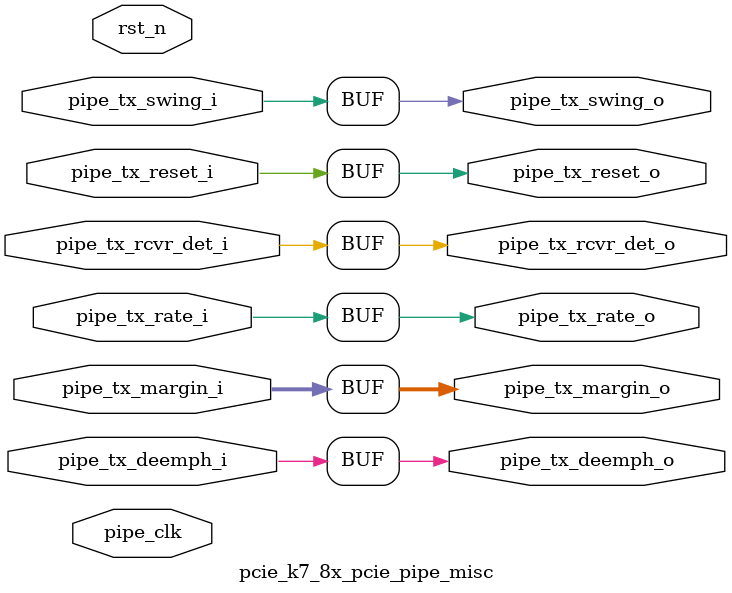
<source format=v>

`timescale 1ps/1ps

module pcie_k7_8x_pcie_pipe_misc #
(
    parameter        PIPE_PIPELINE_STAGES = 0    // 0 - 0 stages, 1 - 1 stage, 2 - 2 stages
)
(

    input   wire        pipe_tx_rcvr_det_i       ,     // PIPE Tx Receiver Detect
    input   wire        pipe_tx_reset_i          ,     // PIPE Tx Reset
    input   wire        pipe_tx_rate_i           ,     // PIPE Tx Rate
    input   wire        pipe_tx_deemph_i         ,     // PIPE Tx Deemphasis
    input   wire [2:0]  pipe_tx_margin_i         ,     // PIPE Tx Margin
    input   wire        pipe_tx_swing_i          ,     // PIPE Tx Swing

    output  wire        pipe_tx_rcvr_det_o       ,     // Pipelined PIPE Tx Receiver Detect
    output  wire        pipe_tx_reset_o          ,     // Pipelined PIPE Tx Reset
    output  wire        pipe_tx_rate_o           ,     // Pipelined PIPE Tx Rate
    output  wire        pipe_tx_deemph_o         ,     // Pipelined PIPE Tx Deemphasis
    output  wire [2:0]  pipe_tx_margin_o         ,     // Pipelined PIPE Tx Margin
    output  wire        pipe_tx_swing_o          ,     // Pipelined PIPE Tx Swing

    input   wire        pipe_clk                ,      // PIPE Clock
    input   wire        rst_n                          // Reset
);

//******************************************************************//
// Reality check.                                                   //
//******************************************************************//

    parameter TCQ  = 1;      // clock to out delay model

    reg                pipe_tx_rcvr_det_q       ;
    reg                pipe_tx_reset_q          ;
    reg                pipe_tx_rate_q           ;
    reg                pipe_tx_deemph_q         ;
    reg [2:0]          pipe_tx_margin_q         ;
    reg                pipe_tx_swing_q          ;

    reg                pipe_tx_rcvr_det_qq      ;
    reg                pipe_tx_reset_qq         ;
    reg                pipe_tx_rate_qq          ;
    reg                pipe_tx_deemph_qq        ;
    reg [2:0]          pipe_tx_margin_qq        ;
    reg                pipe_tx_swing_qq         ;

    generate

    if (PIPE_PIPELINE_STAGES == 0) begin : pipe_stages_0

        assign pipe_tx_rcvr_det_o = pipe_tx_rcvr_det_i;
        assign pipe_tx_reset_o  = pipe_tx_reset_i;
        assign pipe_tx_rate_o = pipe_tx_rate_i;
        assign pipe_tx_deemph_o = pipe_tx_deemph_i;
        assign pipe_tx_margin_o = pipe_tx_margin_i;
        assign pipe_tx_swing_o = pipe_tx_swing_i;

    end // if (PIPE_PIPELINE_STAGES == 0)
    else if (PIPE_PIPELINE_STAGES == 1) begin : pipe_stages_1

        always @(posedge pipe_clk) begin

        if (rst_n)
        begin

            pipe_tx_rcvr_det_q <= #TCQ 0;
            pipe_tx_reset_q  <= #TCQ 1'b1;
            pipe_tx_rate_q <= #TCQ 0;
            pipe_tx_deemph_q <= #TCQ 1'b1;
            pipe_tx_margin_q <= #TCQ 0;
            pipe_tx_swing_q <= #TCQ 0;

        end
        else
        begin

            pipe_tx_rcvr_det_q <= #TCQ pipe_tx_rcvr_det_i;
            pipe_tx_reset_q  <= #TCQ pipe_tx_reset_i;
            pipe_tx_rate_q <= #TCQ pipe_tx_rate_i;
            pipe_tx_deemph_q <= #TCQ pipe_tx_deemph_i;
            pipe_tx_margin_q <= #TCQ pipe_tx_margin_i;
            pipe_tx_swing_q <= #TCQ pipe_tx_swing_i;

          end

        end

        assign pipe_tx_rcvr_det_o = pipe_tx_rcvr_det_q;
        assign pipe_tx_reset_o  = pipe_tx_reset_q;
        assign pipe_tx_rate_o = pipe_tx_rate_q;
        assign pipe_tx_deemph_o = pipe_tx_deemph_q;
        assign pipe_tx_margin_o = pipe_tx_margin_q;
        assign pipe_tx_swing_o = pipe_tx_swing_q;

    end // if (PIPE_PIPELINE_STAGES == 1)
    else if (PIPE_PIPELINE_STAGES == 2) begin : pipe_stages_2

        always @(posedge pipe_clk) begin

        if (rst_n)
        begin

            pipe_tx_rcvr_det_q <= #TCQ 0;
            pipe_tx_reset_q  <= #TCQ 1'b1;
            pipe_tx_rate_q <= #TCQ 0;
            pipe_tx_deemph_q <= #TCQ 1'b1;
            pipe_tx_margin_q <= #TCQ 0;
            pipe_tx_swing_q <= #TCQ 0;

            pipe_tx_rcvr_det_qq <= #TCQ 0;
            pipe_tx_reset_qq  <= #TCQ 1'b1;
            pipe_tx_rate_qq <= #TCQ 0;
            pipe_tx_deemph_qq <= #TCQ 1'b1;
            pipe_tx_margin_qq <= #TCQ 0;
            pipe_tx_swing_qq <= #TCQ 0;

        end
        else
        begin

            pipe_tx_rcvr_det_q <= #TCQ pipe_tx_rcvr_det_i;
            pipe_tx_reset_q  <= #TCQ pipe_tx_reset_i;
            pipe_tx_rate_q <= #TCQ pipe_tx_rate_i;
            pipe_tx_deemph_q <= #TCQ pipe_tx_deemph_i;
            pipe_tx_margin_q <= #TCQ pipe_tx_margin_i;
            pipe_tx_swing_q <= #TCQ pipe_tx_swing_i;

            pipe_tx_rcvr_det_qq <= #TCQ pipe_tx_rcvr_det_q;
            pipe_tx_reset_qq  <= #TCQ pipe_tx_reset_q;
            pipe_tx_rate_qq <= #TCQ pipe_tx_rate_q;
            pipe_tx_deemph_qq <= #TCQ pipe_tx_deemph_q;
            pipe_tx_margin_qq <= #TCQ pipe_tx_margin_q;
            pipe_tx_swing_qq <= #TCQ pipe_tx_swing_q;

          end

        end

        assign pipe_tx_rcvr_det_o = pipe_tx_rcvr_det_qq;
        assign pipe_tx_reset_o  = pipe_tx_reset_qq;
        assign pipe_tx_rate_o = pipe_tx_rate_qq;
        assign pipe_tx_deemph_o = pipe_tx_deemph_qq;
        assign pipe_tx_margin_o = pipe_tx_margin_qq;
        assign pipe_tx_swing_o = pipe_tx_swing_qq;

    end // if (PIPE_PIPELINE_STAGES == 2)

    endgenerate

endmodule


</source>
